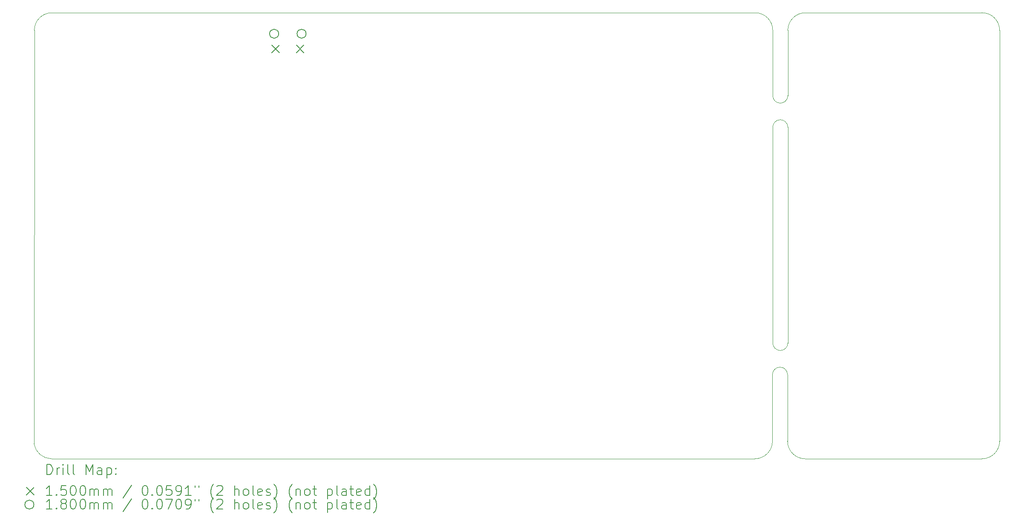
<source format=gbr>
%TF.GenerationSoftware,KiCad,Pcbnew,(6.0.7)*%
%TF.CreationDate,2022-10-19T11:54:54+01:00*%
%TF.ProjectId,controlCircuit,636f6e74-726f-46c4-9369-72637569742e,rev?*%
%TF.SameCoordinates,Original*%
%TF.FileFunction,Drillmap*%
%TF.FilePolarity,Positive*%
%FSLAX45Y45*%
G04 Gerber Fmt 4.5, Leading zero omitted, Abs format (unit mm)*
G04 Created by KiCad (PCBNEW (6.0.7)) date 2022-10-19 11:54:54*
%MOMM*%
%LPD*%
G01*
G04 APERTURE LIST*
%ADD10C,0.050000*%
%ADD11C,0.200000*%
%ADD12C,0.150000*%
%ADD13C,0.180000*%
G04 APERTURE END LIST*
D10*
X19798400Y-5592150D02*
G75*
G03*
X19448400Y-5242150I-350000J0D01*
G01*
X24307800Y-5592150D02*
G75*
G03*
X23957800Y-5242150I-350000J0D01*
G01*
X24307800Y-13722350D02*
X24307800Y-5670550D01*
X20092400Y-12447950D02*
G75*
G03*
X19792400Y-12447950I-150000J2D01*
G01*
X20098400Y-11817350D02*
X20098400Y-7522352D01*
X5114802Y-13823950D02*
G75*
G03*
X5464800Y-14123150I349998J55110D01*
G01*
X19798400Y-7522352D02*
X19798400Y-11817350D01*
X5114800Y-13823950D02*
X5114800Y-13798550D01*
X23926800Y-5242150D02*
X20448400Y-5242150D01*
X23926800Y-5242150D02*
X23957800Y-5242150D01*
X23957800Y-14122950D02*
G75*
G03*
X24307800Y-13772950I0J350000D01*
G01*
X19792400Y-12447950D02*
X19792400Y-13772950D01*
X5470800Y-5242350D02*
X19448400Y-5242150D01*
X24307800Y-5619750D02*
X24307800Y-5592150D01*
X24307800Y-13722350D02*
X24307800Y-13772950D01*
X19442400Y-14122950D02*
X5464800Y-14123150D01*
X20098400Y-7522352D02*
G75*
G03*
X19798400Y-7522352I-150000J2D01*
G01*
X20448400Y-5242150D02*
G75*
G03*
X20098400Y-5592150I0J-350000D01*
G01*
X23901400Y-14122950D02*
X23957800Y-14122950D01*
X5470800Y-5242350D02*
G75*
G03*
X5120800Y-5592350I0J-350000D01*
G01*
X5114800Y-13798550D02*
X5120800Y-5592350D01*
X20098400Y-6892148D02*
X20098400Y-5592150D01*
X19798400Y-5592150D02*
X19798400Y-6892148D01*
X19442400Y-14122950D02*
G75*
G03*
X19792400Y-13772950I0J350000D01*
G01*
X20092400Y-13772950D02*
G75*
G03*
X20442400Y-14122950I350000J0D01*
G01*
X19798400Y-11817350D02*
G75*
G03*
X20098400Y-11817350I150000J-2D01*
G01*
X24307800Y-5619750D02*
X24307800Y-5670550D01*
X20092400Y-13772950D02*
X20092400Y-12447950D01*
X20442400Y-14122950D02*
X23901400Y-14122950D01*
X19798400Y-6892148D02*
G75*
G03*
X20098400Y-6892148I150000J-2D01*
G01*
D11*
D12*
X9842500Y-5888050D02*
X9992500Y-6038050D01*
X9992500Y-5888050D02*
X9842500Y-6038050D01*
X10327500Y-5888050D02*
X10477500Y-6038050D01*
X10477500Y-5888050D02*
X10327500Y-6038050D01*
D13*
X9977500Y-5660050D02*
G75*
G03*
X9977500Y-5660050I-90000J0D01*
G01*
X10522500Y-5660050D02*
G75*
G03*
X10522500Y-5660050I-90000J0D01*
G01*
D11*
X5369919Y-14436126D02*
X5369919Y-14236126D01*
X5417538Y-14236126D01*
X5446110Y-14245650D01*
X5465157Y-14264698D01*
X5474681Y-14283745D01*
X5484205Y-14321840D01*
X5484205Y-14350412D01*
X5474681Y-14388507D01*
X5465157Y-14407555D01*
X5446110Y-14426602D01*
X5417538Y-14436126D01*
X5369919Y-14436126D01*
X5569919Y-14436126D02*
X5569919Y-14302793D01*
X5569919Y-14340888D02*
X5579443Y-14321840D01*
X5588967Y-14312317D01*
X5608014Y-14302793D01*
X5627062Y-14302793D01*
X5693728Y-14436126D02*
X5693728Y-14302793D01*
X5693728Y-14236126D02*
X5684205Y-14245650D01*
X5693728Y-14255174D01*
X5703252Y-14245650D01*
X5693728Y-14236126D01*
X5693728Y-14255174D01*
X5817538Y-14436126D02*
X5798490Y-14426602D01*
X5788967Y-14407555D01*
X5788967Y-14236126D01*
X5922300Y-14436126D02*
X5903252Y-14426602D01*
X5893728Y-14407555D01*
X5893728Y-14236126D01*
X6150871Y-14436126D02*
X6150871Y-14236126D01*
X6217538Y-14378983D01*
X6284205Y-14236126D01*
X6284205Y-14436126D01*
X6465157Y-14436126D02*
X6465157Y-14331364D01*
X6455633Y-14312317D01*
X6436586Y-14302793D01*
X6398490Y-14302793D01*
X6379443Y-14312317D01*
X6465157Y-14426602D02*
X6446109Y-14436126D01*
X6398490Y-14436126D01*
X6379443Y-14426602D01*
X6369919Y-14407555D01*
X6369919Y-14388507D01*
X6379443Y-14369459D01*
X6398490Y-14359936D01*
X6446109Y-14359936D01*
X6465157Y-14350412D01*
X6560395Y-14302793D02*
X6560395Y-14502793D01*
X6560395Y-14312317D02*
X6579443Y-14302793D01*
X6617538Y-14302793D01*
X6636586Y-14312317D01*
X6646109Y-14321840D01*
X6655633Y-14340888D01*
X6655633Y-14398031D01*
X6646109Y-14417078D01*
X6636586Y-14426602D01*
X6617538Y-14436126D01*
X6579443Y-14436126D01*
X6560395Y-14426602D01*
X6741348Y-14417078D02*
X6750871Y-14426602D01*
X6741348Y-14436126D01*
X6731824Y-14426602D01*
X6741348Y-14417078D01*
X6741348Y-14436126D01*
X6741348Y-14312317D02*
X6750871Y-14321840D01*
X6741348Y-14331364D01*
X6731824Y-14321840D01*
X6741348Y-14312317D01*
X6741348Y-14331364D01*
D12*
X4962300Y-14690650D02*
X5112300Y-14840650D01*
X5112300Y-14690650D02*
X4962300Y-14840650D01*
D11*
X5474681Y-14856126D02*
X5360395Y-14856126D01*
X5417538Y-14856126D02*
X5417538Y-14656126D01*
X5398490Y-14684698D01*
X5379443Y-14703745D01*
X5360395Y-14713269D01*
X5560395Y-14837078D02*
X5569919Y-14846602D01*
X5560395Y-14856126D01*
X5550871Y-14846602D01*
X5560395Y-14837078D01*
X5560395Y-14856126D01*
X5750871Y-14656126D02*
X5655633Y-14656126D01*
X5646109Y-14751364D01*
X5655633Y-14741840D01*
X5674681Y-14732317D01*
X5722300Y-14732317D01*
X5741348Y-14741840D01*
X5750871Y-14751364D01*
X5760395Y-14770412D01*
X5760395Y-14818031D01*
X5750871Y-14837078D01*
X5741348Y-14846602D01*
X5722300Y-14856126D01*
X5674681Y-14856126D01*
X5655633Y-14846602D01*
X5646109Y-14837078D01*
X5884205Y-14656126D02*
X5903252Y-14656126D01*
X5922300Y-14665650D01*
X5931824Y-14675174D01*
X5941348Y-14694221D01*
X5950871Y-14732317D01*
X5950871Y-14779936D01*
X5941348Y-14818031D01*
X5931824Y-14837078D01*
X5922300Y-14846602D01*
X5903252Y-14856126D01*
X5884205Y-14856126D01*
X5865157Y-14846602D01*
X5855633Y-14837078D01*
X5846109Y-14818031D01*
X5836586Y-14779936D01*
X5836586Y-14732317D01*
X5846109Y-14694221D01*
X5855633Y-14675174D01*
X5865157Y-14665650D01*
X5884205Y-14656126D01*
X6074681Y-14656126D02*
X6093728Y-14656126D01*
X6112776Y-14665650D01*
X6122300Y-14675174D01*
X6131824Y-14694221D01*
X6141348Y-14732317D01*
X6141348Y-14779936D01*
X6131824Y-14818031D01*
X6122300Y-14837078D01*
X6112776Y-14846602D01*
X6093728Y-14856126D01*
X6074681Y-14856126D01*
X6055633Y-14846602D01*
X6046109Y-14837078D01*
X6036586Y-14818031D01*
X6027062Y-14779936D01*
X6027062Y-14732317D01*
X6036586Y-14694221D01*
X6046109Y-14675174D01*
X6055633Y-14665650D01*
X6074681Y-14656126D01*
X6227062Y-14856126D02*
X6227062Y-14722793D01*
X6227062Y-14741840D02*
X6236586Y-14732317D01*
X6255633Y-14722793D01*
X6284205Y-14722793D01*
X6303252Y-14732317D01*
X6312776Y-14751364D01*
X6312776Y-14856126D01*
X6312776Y-14751364D02*
X6322300Y-14732317D01*
X6341348Y-14722793D01*
X6369919Y-14722793D01*
X6388967Y-14732317D01*
X6398490Y-14751364D01*
X6398490Y-14856126D01*
X6493728Y-14856126D02*
X6493728Y-14722793D01*
X6493728Y-14741840D02*
X6503252Y-14732317D01*
X6522300Y-14722793D01*
X6550871Y-14722793D01*
X6569919Y-14732317D01*
X6579443Y-14751364D01*
X6579443Y-14856126D01*
X6579443Y-14751364D02*
X6588967Y-14732317D01*
X6608014Y-14722793D01*
X6636586Y-14722793D01*
X6655633Y-14732317D01*
X6665157Y-14751364D01*
X6665157Y-14856126D01*
X7055633Y-14646602D02*
X6884205Y-14903745D01*
X7312776Y-14656126D02*
X7331824Y-14656126D01*
X7350871Y-14665650D01*
X7360395Y-14675174D01*
X7369919Y-14694221D01*
X7379443Y-14732317D01*
X7379443Y-14779936D01*
X7369919Y-14818031D01*
X7360395Y-14837078D01*
X7350871Y-14846602D01*
X7331824Y-14856126D01*
X7312776Y-14856126D01*
X7293728Y-14846602D01*
X7284205Y-14837078D01*
X7274681Y-14818031D01*
X7265157Y-14779936D01*
X7265157Y-14732317D01*
X7274681Y-14694221D01*
X7284205Y-14675174D01*
X7293728Y-14665650D01*
X7312776Y-14656126D01*
X7465157Y-14837078D02*
X7474681Y-14846602D01*
X7465157Y-14856126D01*
X7455633Y-14846602D01*
X7465157Y-14837078D01*
X7465157Y-14856126D01*
X7598490Y-14656126D02*
X7617538Y-14656126D01*
X7636586Y-14665650D01*
X7646109Y-14675174D01*
X7655633Y-14694221D01*
X7665157Y-14732317D01*
X7665157Y-14779936D01*
X7655633Y-14818031D01*
X7646109Y-14837078D01*
X7636586Y-14846602D01*
X7617538Y-14856126D01*
X7598490Y-14856126D01*
X7579443Y-14846602D01*
X7569919Y-14837078D01*
X7560395Y-14818031D01*
X7550871Y-14779936D01*
X7550871Y-14732317D01*
X7560395Y-14694221D01*
X7569919Y-14675174D01*
X7579443Y-14665650D01*
X7598490Y-14656126D01*
X7846109Y-14656126D02*
X7750871Y-14656126D01*
X7741348Y-14751364D01*
X7750871Y-14741840D01*
X7769919Y-14732317D01*
X7817538Y-14732317D01*
X7836586Y-14741840D01*
X7846109Y-14751364D01*
X7855633Y-14770412D01*
X7855633Y-14818031D01*
X7846109Y-14837078D01*
X7836586Y-14846602D01*
X7817538Y-14856126D01*
X7769919Y-14856126D01*
X7750871Y-14846602D01*
X7741348Y-14837078D01*
X7950871Y-14856126D02*
X7988967Y-14856126D01*
X8008014Y-14846602D01*
X8017538Y-14837078D01*
X8036586Y-14808507D01*
X8046109Y-14770412D01*
X8046109Y-14694221D01*
X8036586Y-14675174D01*
X8027062Y-14665650D01*
X8008014Y-14656126D01*
X7969919Y-14656126D01*
X7950871Y-14665650D01*
X7941348Y-14675174D01*
X7931824Y-14694221D01*
X7931824Y-14741840D01*
X7941348Y-14760888D01*
X7950871Y-14770412D01*
X7969919Y-14779936D01*
X8008014Y-14779936D01*
X8027062Y-14770412D01*
X8036586Y-14760888D01*
X8046109Y-14741840D01*
X8236586Y-14856126D02*
X8122300Y-14856126D01*
X8179443Y-14856126D02*
X8179443Y-14656126D01*
X8160395Y-14684698D01*
X8141348Y-14703745D01*
X8122300Y-14713269D01*
X8312776Y-14656126D02*
X8312776Y-14694221D01*
X8388967Y-14656126D02*
X8388967Y-14694221D01*
X8684205Y-14932317D02*
X8674681Y-14922793D01*
X8655633Y-14894221D01*
X8646110Y-14875174D01*
X8636586Y-14846602D01*
X8627062Y-14798983D01*
X8627062Y-14760888D01*
X8636586Y-14713269D01*
X8646110Y-14684698D01*
X8655633Y-14665650D01*
X8674681Y-14637078D01*
X8684205Y-14627555D01*
X8750871Y-14675174D02*
X8760395Y-14665650D01*
X8779443Y-14656126D01*
X8827062Y-14656126D01*
X8846110Y-14665650D01*
X8855633Y-14675174D01*
X8865157Y-14694221D01*
X8865157Y-14713269D01*
X8855633Y-14741840D01*
X8741348Y-14856126D01*
X8865157Y-14856126D01*
X9103252Y-14856126D02*
X9103252Y-14656126D01*
X9188967Y-14856126D02*
X9188967Y-14751364D01*
X9179443Y-14732317D01*
X9160395Y-14722793D01*
X9131824Y-14722793D01*
X9112776Y-14732317D01*
X9103252Y-14741840D01*
X9312776Y-14856126D02*
X9293729Y-14846602D01*
X9284205Y-14837078D01*
X9274681Y-14818031D01*
X9274681Y-14760888D01*
X9284205Y-14741840D01*
X9293729Y-14732317D01*
X9312776Y-14722793D01*
X9341348Y-14722793D01*
X9360395Y-14732317D01*
X9369919Y-14741840D01*
X9379443Y-14760888D01*
X9379443Y-14818031D01*
X9369919Y-14837078D01*
X9360395Y-14846602D01*
X9341348Y-14856126D01*
X9312776Y-14856126D01*
X9493729Y-14856126D02*
X9474681Y-14846602D01*
X9465157Y-14827555D01*
X9465157Y-14656126D01*
X9646110Y-14846602D02*
X9627062Y-14856126D01*
X9588967Y-14856126D01*
X9569919Y-14846602D01*
X9560395Y-14827555D01*
X9560395Y-14751364D01*
X9569919Y-14732317D01*
X9588967Y-14722793D01*
X9627062Y-14722793D01*
X9646110Y-14732317D01*
X9655633Y-14751364D01*
X9655633Y-14770412D01*
X9560395Y-14789459D01*
X9731824Y-14846602D02*
X9750871Y-14856126D01*
X9788967Y-14856126D01*
X9808014Y-14846602D01*
X9817538Y-14827555D01*
X9817538Y-14818031D01*
X9808014Y-14798983D01*
X9788967Y-14789459D01*
X9760395Y-14789459D01*
X9741348Y-14779936D01*
X9731824Y-14760888D01*
X9731824Y-14751364D01*
X9741348Y-14732317D01*
X9760395Y-14722793D01*
X9788967Y-14722793D01*
X9808014Y-14732317D01*
X9884205Y-14932317D02*
X9893729Y-14922793D01*
X9912776Y-14894221D01*
X9922300Y-14875174D01*
X9931824Y-14846602D01*
X9941348Y-14798983D01*
X9941348Y-14760888D01*
X9931824Y-14713269D01*
X9922300Y-14684698D01*
X9912776Y-14665650D01*
X9893729Y-14637078D01*
X9884205Y-14627555D01*
X10246110Y-14932317D02*
X10236586Y-14922793D01*
X10217538Y-14894221D01*
X10208014Y-14875174D01*
X10198490Y-14846602D01*
X10188967Y-14798983D01*
X10188967Y-14760888D01*
X10198490Y-14713269D01*
X10208014Y-14684698D01*
X10217538Y-14665650D01*
X10236586Y-14637078D01*
X10246110Y-14627555D01*
X10322300Y-14722793D02*
X10322300Y-14856126D01*
X10322300Y-14741840D02*
X10331824Y-14732317D01*
X10350871Y-14722793D01*
X10379443Y-14722793D01*
X10398490Y-14732317D01*
X10408014Y-14751364D01*
X10408014Y-14856126D01*
X10531824Y-14856126D02*
X10512776Y-14846602D01*
X10503252Y-14837078D01*
X10493729Y-14818031D01*
X10493729Y-14760888D01*
X10503252Y-14741840D01*
X10512776Y-14732317D01*
X10531824Y-14722793D01*
X10560395Y-14722793D01*
X10579443Y-14732317D01*
X10588967Y-14741840D01*
X10598490Y-14760888D01*
X10598490Y-14818031D01*
X10588967Y-14837078D01*
X10579443Y-14846602D01*
X10560395Y-14856126D01*
X10531824Y-14856126D01*
X10655633Y-14722793D02*
X10731824Y-14722793D01*
X10684205Y-14656126D02*
X10684205Y-14827555D01*
X10693729Y-14846602D01*
X10712776Y-14856126D01*
X10731824Y-14856126D01*
X10950871Y-14722793D02*
X10950871Y-14922793D01*
X10950871Y-14732317D02*
X10969919Y-14722793D01*
X11008014Y-14722793D01*
X11027062Y-14732317D01*
X11036586Y-14741840D01*
X11046110Y-14760888D01*
X11046110Y-14818031D01*
X11036586Y-14837078D01*
X11027062Y-14846602D01*
X11008014Y-14856126D01*
X10969919Y-14856126D01*
X10950871Y-14846602D01*
X11160395Y-14856126D02*
X11141348Y-14846602D01*
X11131824Y-14827555D01*
X11131824Y-14656126D01*
X11322300Y-14856126D02*
X11322300Y-14751364D01*
X11312776Y-14732317D01*
X11293728Y-14722793D01*
X11255633Y-14722793D01*
X11236586Y-14732317D01*
X11322300Y-14846602D02*
X11303252Y-14856126D01*
X11255633Y-14856126D01*
X11236586Y-14846602D01*
X11227062Y-14827555D01*
X11227062Y-14808507D01*
X11236586Y-14789459D01*
X11255633Y-14779936D01*
X11303252Y-14779936D01*
X11322300Y-14770412D01*
X11388967Y-14722793D02*
X11465157Y-14722793D01*
X11417538Y-14656126D02*
X11417538Y-14827555D01*
X11427062Y-14846602D01*
X11446109Y-14856126D01*
X11465157Y-14856126D01*
X11608014Y-14846602D02*
X11588967Y-14856126D01*
X11550871Y-14856126D01*
X11531824Y-14846602D01*
X11522300Y-14827555D01*
X11522300Y-14751364D01*
X11531824Y-14732317D01*
X11550871Y-14722793D01*
X11588967Y-14722793D01*
X11608014Y-14732317D01*
X11617538Y-14751364D01*
X11617538Y-14770412D01*
X11522300Y-14789459D01*
X11788967Y-14856126D02*
X11788967Y-14656126D01*
X11788967Y-14846602D02*
X11769919Y-14856126D01*
X11731824Y-14856126D01*
X11712776Y-14846602D01*
X11703252Y-14837078D01*
X11693728Y-14818031D01*
X11693728Y-14760888D01*
X11703252Y-14741840D01*
X11712776Y-14732317D01*
X11731824Y-14722793D01*
X11769919Y-14722793D01*
X11788967Y-14732317D01*
X11865157Y-14932317D02*
X11874681Y-14922793D01*
X11893728Y-14894221D01*
X11903252Y-14875174D01*
X11912776Y-14846602D01*
X11922300Y-14798983D01*
X11922300Y-14760888D01*
X11912776Y-14713269D01*
X11903252Y-14684698D01*
X11893728Y-14665650D01*
X11874681Y-14637078D01*
X11865157Y-14627555D01*
D13*
X5112300Y-15035650D02*
G75*
G03*
X5112300Y-15035650I-90000J0D01*
G01*
D11*
X5474681Y-15126126D02*
X5360395Y-15126126D01*
X5417538Y-15126126D02*
X5417538Y-14926126D01*
X5398490Y-14954698D01*
X5379443Y-14973745D01*
X5360395Y-14983269D01*
X5560395Y-15107078D02*
X5569919Y-15116602D01*
X5560395Y-15126126D01*
X5550871Y-15116602D01*
X5560395Y-15107078D01*
X5560395Y-15126126D01*
X5684205Y-15011840D02*
X5665157Y-15002317D01*
X5655633Y-14992793D01*
X5646109Y-14973745D01*
X5646109Y-14964221D01*
X5655633Y-14945174D01*
X5665157Y-14935650D01*
X5684205Y-14926126D01*
X5722300Y-14926126D01*
X5741348Y-14935650D01*
X5750871Y-14945174D01*
X5760395Y-14964221D01*
X5760395Y-14973745D01*
X5750871Y-14992793D01*
X5741348Y-15002317D01*
X5722300Y-15011840D01*
X5684205Y-15011840D01*
X5665157Y-15021364D01*
X5655633Y-15030888D01*
X5646109Y-15049936D01*
X5646109Y-15088031D01*
X5655633Y-15107078D01*
X5665157Y-15116602D01*
X5684205Y-15126126D01*
X5722300Y-15126126D01*
X5741348Y-15116602D01*
X5750871Y-15107078D01*
X5760395Y-15088031D01*
X5760395Y-15049936D01*
X5750871Y-15030888D01*
X5741348Y-15021364D01*
X5722300Y-15011840D01*
X5884205Y-14926126D02*
X5903252Y-14926126D01*
X5922300Y-14935650D01*
X5931824Y-14945174D01*
X5941348Y-14964221D01*
X5950871Y-15002317D01*
X5950871Y-15049936D01*
X5941348Y-15088031D01*
X5931824Y-15107078D01*
X5922300Y-15116602D01*
X5903252Y-15126126D01*
X5884205Y-15126126D01*
X5865157Y-15116602D01*
X5855633Y-15107078D01*
X5846109Y-15088031D01*
X5836586Y-15049936D01*
X5836586Y-15002317D01*
X5846109Y-14964221D01*
X5855633Y-14945174D01*
X5865157Y-14935650D01*
X5884205Y-14926126D01*
X6074681Y-14926126D02*
X6093728Y-14926126D01*
X6112776Y-14935650D01*
X6122300Y-14945174D01*
X6131824Y-14964221D01*
X6141348Y-15002317D01*
X6141348Y-15049936D01*
X6131824Y-15088031D01*
X6122300Y-15107078D01*
X6112776Y-15116602D01*
X6093728Y-15126126D01*
X6074681Y-15126126D01*
X6055633Y-15116602D01*
X6046109Y-15107078D01*
X6036586Y-15088031D01*
X6027062Y-15049936D01*
X6027062Y-15002317D01*
X6036586Y-14964221D01*
X6046109Y-14945174D01*
X6055633Y-14935650D01*
X6074681Y-14926126D01*
X6227062Y-15126126D02*
X6227062Y-14992793D01*
X6227062Y-15011840D02*
X6236586Y-15002317D01*
X6255633Y-14992793D01*
X6284205Y-14992793D01*
X6303252Y-15002317D01*
X6312776Y-15021364D01*
X6312776Y-15126126D01*
X6312776Y-15021364D02*
X6322300Y-15002317D01*
X6341348Y-14992793D01*
X6369919Y-14992793D01*
X6388967Y-15002317D01*
X6398490Y-15021364D01*
X6398490Y-15126126D01*
X6493728Y-15126126D02*
X6493728Y-14992793D01*
X6493728Y-15011840D02*
X6503252Y-15002317D01*
X6522300Y-14992793D01*
X6550871Y-14992793D01*
X6569919Y-15002317D01*
X6579443Y-15021364D01*
X6579443Y-15126126D01*
X6579443Y-15021364D02*
X6588967Y-15002317D01*
X6608014Y-14992793D01*
X6636586Y-14992793D01*
X6655633Y-15002317D01*
X6665157Y-15021364D01*
X6665157Y-15126126D01*
X7055633Y-14916602D02*
X6884205Y-15173745D01*
X7312776Y-14926126D02*
X7331824Y-14926126D01*
X7350871Y-14935650D01*
X7360395Y-14945174D01*
X7369919Y-14964221D01*
X7379443Y-15002317D01*
X7379443Y-15049936D01*
X7369919Y-15088031D01*
X7360395Y-15107078D01*
X7350871Y-15116602D01*
X7331824Y-15126126D01*
X7312776Y-15126126D01*
X7293728Y-15116602D01*
X7284205Y-15107078D01*
X7274681Y-15088031D01*
X7265157Y-15049936D01*
X7265157Y-15002317D01*
X7274681Y-14964221D01*
X7284205Y-14945174D01*
X7293728Y-14935650D01*
X7312776Y-14926126D01*
X7465157Y-15107078D02*
X7474681Y-15116602D01*
X7465157Y-15126126D01*
X7455633Y-15116602D01*
X7465157Y-15107078D01*
X7465157Y-15126126D01*
X7598490Y-14926126D02*
X7617538Y-14926126D01*
X7636586Y-14935650D01*
X7646109Y-14945174D01*
X7655633Y-14964221D01*
X7665157Y-15002317D01*
X7665157Y-15049936D01*
X7655633Y-15088031D01*
X7646109Y-15107078D01*
X7636586Y-15116602D01*
X7617538Y-15126126D01*
X7598490Y-15126126D01*
X7579443Y-15116602D01*
X7569919Y-15107078D01*
X7560395Y-15088031D01*
X7550871Y-15049936D01*
X7550871Y-15002317D01*
X7560395Y-14964221D01*
X7569919Y-14945174D01*
X7579443Y-14935650D01*
X7598490Y-14926126D01*
X7731824Y-14926126D02*
X7865157Y-14926126D01*
X7779443Y-15126126D01*
X7979443Y-14926126D02*
X7998490Y-14926126D01*
X8017538Y-14935650D01*
X8027062Y-14945174D01*
X8036586Y-14964221D01*
X8046109Y-15002317D01*
X8046109Y-15049936D01*
X8036586Y-15088031D01*
X8027062Y-15107078D01*
X8017538Y-15116602D01*
X7998490Y-15126126D01*
X7979443Y-15126126D01*
X7960395Y-15116602D01*
X7950871Y-15107078D01*
X7941348Y-15088031D01*
X7931824Y-15049936D01*
X7931824Y-15002317D01*
X7941348Y-14964221D01*
X7950871Y-14945174D01*
X7960395Y-14935650D01*
X7979443Y-14926126D01*
X8141348Y-15126126D02*
X8179443Y-15126126D01*
X8198490Y-15116602D01*
X8208014Y-15107078D01*
X8227062Y-15078507D01*
X8236586Y-15040412D01*
X8236586Y-14964221D01*
X8227062Y-14945174D01*
X8217538Y-14935650D01*
X8198490Y-14926126D01*
X8160395Y-14926126D01*
X8141348Y-14935650D01*
X8131824Y-14945174D01*
X8122300Y-14964221D01*
X8122300Y-15011840D01*
X8131824Y-15030888D01*
X8141348Y-15040412D01*
X8160395Y-15049936D01*
X8198490Y-15049936D01*
X8217538Y-15040412D01*
X8227062Y-15030888D01*
X8236586Y-15011840D01*
X8312776Y-14926126D02*
X8312776Y-14964221D01*
X8388967Y-14926126D02*
X8388967Y-14964221D01*
X8684205Y-15202317D02*
X8674681Y-15192793D01*
X8655633Y-15164221D01*
X8646110Y-15145174D01*
X8636586Y-15116602D01*
X8627062Y-15068983D01*
X8627062Y-15030888D01*
X8636586Y-14983269D01*
X8646110Y-14954698D01*
X8655633Y-14935650D01*
X8674681Y-14907078D01*
X8684205Y-14897555D01*
X8750871Y-14945174D02*
X8760395Y-14935650D01*
X8779443Y-14926126D01*
X8827062Y-14926126D01*
X8846110Y-14935650D01*
X8855633Y-14945174D01*
X8865157Y-14964221D01*
X8865157Y-14983269D01*
X8855633Y-15011840D01*
X8741348Y-15126126D01*
X8865157Y-15126126D01*
X9103252Y-15126126D02*
X9103252Y-14926126D01*
X9188967Y-15126126D02*
X9188967Y-15021364D01*
X9179443Y-15002317D01*
X9160395Y-14992793D01*
X9131824Y-14992793D01*
X9112776Y-15002317D01*
X9103252Y-15011840D01*
X9312776Y-15126126D02*
X9293729Y-15116602D01*
X9284205Y-15107078D01*
X9274681Y-15088031D01*
X9274681Y-15030888D01*
X9284205Y-15011840D01*
X9293729Y-15002317D01*
X9312776Y-14992793D01*
X9341348Y-14992793D01*
X9360395Y-15002317D01*
X9369919Y-15011840D01*
X9379443Y-15030888D01*
X9379443Y-15088031D01*
X9369919Y-15107078D01*
X9360395Y-15116602D01*
X9341348Y-15126126D01*
X9312776Y-15126126D01*
X9493729Y-15126126D02*
X9474681Y-15116602D01*
X9465157Y-15097555D01*
X9465157Y-14926126D01*
X9646110Y-15116602D02*
X9627062Y-15126126D01*
X9588967Y-15126126D01*
X9569919Y-15116602D01*
X9560395Y-15097555D01*
X9560395Y-15021364D01*
X9569919Y-15002317D01*
X9588967Y-14992793D01*
X9627062Y-14992793D01*
X9646110Y-15002317D01*
X9655633Y-15021364D01*
X9655633Y-15040412D01*
X9560395Y-15059459D01*
X9731824Y-15116602D02*
X9750871Y-15126126D01*
X9788967Y-15126126D01*
X9808014Y-15116602D01*
X9817538Y-15097555D01*
X9817538Y-15088031D01*
X9808014Y-15068983D01*
X9788967Y-15059459D01*
X9760395Y-15059459D01*
X9741348Y-15049936D01*
X9731824Y-15030888D01*
X9731824Y-15021364D01*
X9741348Y-15002317D01*
X9760395Y-14992793D01*
X9788967Y-14992793D01*
X9808014Y-15002317D01*
X9884205Y-15202317D02*
X9893729Y-15192793D01*
X9912776Y-15164221D01*
X9922300Y-15145174D01*
X9931824Y-15116602D01*
X9941348Y-15068983D01*
X9941348Y-15030888D01*
X9931824Y-14983269D01*
X9922300Y-14954698D01*
X9912776Y-14935650D01*
X9893729Y-14907078D01*
X9884205Y-14897555D01*
X10246110Y-15202317D02*
X10236586Y-15192793D01*
X10217538Y-15164221D01*
X10208014Y-15145174D01*
X10198490Y-15116602D01*
X10188967Y-15068983D01*
X10188967Y-15030888D01*
X10198490Y-14983269D01*
X10208014Y-14954698D01*
X10217538Y-14935650D01*
X10236586Y-14907078D01*
X10246110Y-14897555D01*
X10322300Y-14992793D02*
X10322300Y-15126126D01*
X10322300Y-15011840D02*
X10331824Y-15002317D01*
X10350871Y-14992793D01*
X10379443Y-14992793D01*
X10398490Y-15002317D01*
X10408014Y-15021364D01*
X10408014Y-15126126D01*
X10531824Y-15126126D02*
X10512776Y-15116602D01*
X10503252Y-15107078D01*
X10493729Y-15088031D01*
X10493729Y-15030888D01*
X10503252Y-15011840D01*
X10512776Y-15002317D01*
X10531824Y-14992793D01*
X10560395Y-14992793D01*
X10579443Y-15002317D01*
X10588967Y-15011840D01*
X10598490Y-15030888D01*
X10598490Y-15088031D01*
X10588967Y-15107078D01*
X10579443Y-15116602D01*
X10560395Y-15126126D01*
X10531824Y-15126126D01*
X10655633Y-14992793D02*
X10731824Y-14992793D01*
X10684205Y-14926126D02*
X10684205Y-15097555D01*
X10693729Y-15116602D01*
X10712776Y-15126126D01*
X10731824Y-15126126D01*
X10950871Y-14992793D02*
X10950871Y-15192793D01*
X10950871Y-15002317D02*
X10969919Y-14992793D01*
X11008014Y-14992793D01*
X11027062Y-15002317D01*
X11036586Y-15011840D01*
X11046110Y-15030888D01*
X11046110Y-15088031D01*
X11036586Y-15107078D01*
X11027062Y-15116602D01*
X11008014Y-15126126D01*
X10969919Y-15126126D01*
X10950871Y-15116602D01*
X11160395Y-15126126D02*
X11141348Y-15116602D01*
X11131824Y-15097555D01*
X11131824Y-14926126D01*
X11322300Y-15126126D02*
X11322300Y-15021364D01*
X11312776Y-15002317D01*
X11293728Y-14992793D01*
X11255633Y-14992793D01*
X11236586Y-15002317D01*
X11322300Y-15116602D02*
X11303252Y-15126126D01*
X11255633Y-15126126D01*
X11236586Y-15116602D01*
X11227062Y-15097555D01*
X11227062Y-15078507D01*
X11236586Y-15059459D01*
X11255633Y-15049936D01*
X11303252Y-15049936D01*
X11322300Y-15040412D01*
X11388967Y-14992793D02*
X11465157Y-14992793D01*
X11417538Y-14926126D02*
X11417538Y-15097555D01*
X11427062Y-15116602D01*
X11446109Y-15126126D01*
X11465157Y-15126126D01*
X11608014Y-15116602D02*
X11588967Y-15126126D01*
X11550871Y-15126126D01*
X11531824Y-15116602D01*
X11522300Y-15097555D01*
X11522300Y-15021364D01*
X11531824Y-15002317D01*
X11550871Y-14992793D01*
X11588967Y-14992793D01*
X11608014Y-15002317D01*
X11617538Y-15021364D01*
X11617538Y-15040412D01*
X11522300Y-15059459D01*
X11788967Y-15126126D02*
X11788967Y-14926126D01*
X11788967Y-15116602D02*
X11769919Y-15126126D01*
X11731824Y-15126126D01*
X11712776Y-15116602D01*
X11703252Y-15107078D01*
X11693728Y-15088031D01*
X11693728Y-15030888D01*
X11703252Y-15011840D01*
X11712776Y-15002317D01*
X11731824Y-14992793D01*
X11769919Y-14992793D01*
X11788967Y-15002317D01*
X11865157Y-15202317D02*
X11874681Y-15192793D01*
X11893728Y-15164221D01*
X11903252Y-15145174D01*
X11912776Y-15116602D01*
X11922300Y-15068983D01*
X11922300Y-15030888D01*
X11912776Y-14983269D01*
X11903252Y-14954698D01*
X11893728Y-14935650D01*
X11874681Y-14907078D01*
X11865157Y-14897555D01*
M02*

</source>
